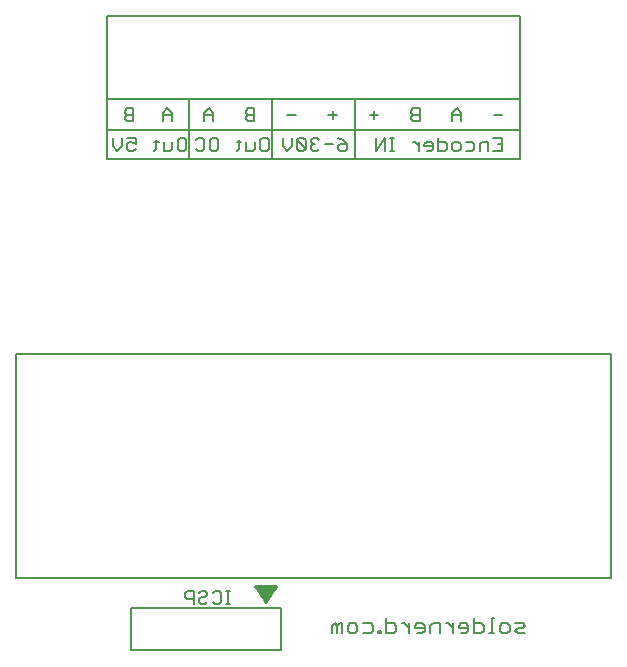
<source format=gbo>
G75*
%MOIN*%
%OFA0B0*%
%FSLAX25Y25*%
%IPPOS*%
%LPD*%
%AMOC8*
5,1,8,0,0,1.08239X$1,22.5*
%
%ADD10C,0.00700*%
%ADD11C,0.00591*%
%ADD12C,0.00600*%
D10*
X0087780Y0024460D02*
X0088497Y0023743D01*
X0090649Y0023743D01*
X0090649Y0022308D02*
X0090649Y0026612D01*
X0088497Y0026612D01*
X0087780Y0025895D01*
X0087780Y0024460D01*
X0092384Y0023743D02*
X0092384Y0023026D01*
X0093101Y0022308D01*
X0094535Y0022308D01*
X0095253Y0023026D01*
X0094535Y0024460D02*
X0093101Y0024460D01*
X0092384Y0023743D01*
X0092384Y0025895D02*
X0093101Y0026612D01*
X0094535Y0026612D01*
X0095253Y0025895D01*
X0095253Y0025177D01*
X0094535Y0024460D01*
X0096988Y0023026D02*
X0097705Y0022308D01*
X0099139Y0022308D01*
X0099857Y0023026D01*
X0099857Y0025895D01*
X0099139Y0026612D01*
X0097705Y0026612D01*
X0096988Y0025895D01*
X0101491Y0026612D02*
X0102926Y0026612D01*
X0102209Y0026612D02*
X0102209Y0022308D01*
X0102926Y0022308D02*
X0101491Y0022308D01*
X0136849Y0015021D02*
X0136849Y0012569D01*
X0138483Y0012569D02*
X0138483Y0015021D01*
X0137666Y0015839D01*
X0136849Y0015021D01*
X0138483Y0015021D02*
X0139301Y0015839D01*
X0140118Y0015839D01*
X0140118Y0012569D01*
X0142005Y0013387D02*
X0142005Y0015021D01*
X0142822Y0015839D01*
X0144457Y0015839D01*
X0145274Y0015021D01*
X0145274Y0013387D01*
X0144457Y0012569D01*
X0142822Y0012569D01*
X0142005Y0013387D01*
X0147161Y0012569D02*
X0149613Y0012569D01*
X0150431Y0013387D01*
X0150431Y0015021D01*
X0149613Y0015839D01*
X0147161Y0015839D01*
X0152192Y0013387D02*
X0152192Y0012569D01*
X0153009Y0012569D01*
X0153009Y0013387D01*
X0152192Y0013387D01*
X0154896Y0012569D02*
X0157348Y0012569D01*
X0158165Y0013387D01*
X0158165Y0015021D01*
X0157348Y0015839D01*
X0154896Y0015839D01*
X0154896Y0017474D02*
X0154896Y0012569D01*
X0160010Y0015839D02*
X0160828Y0015839D01*
X0162462Y0014204D01*
X0162462Y0012569D02*
X0162462Y0015839D01*
X0164349Y0015021D02*
X0164349Y0014204D01*
X0167619Y0014204D01*
X0167619Y0013387D02*
X0167619Y0015021D01*
X0166801Y0015839D01*
X0165167Y0015839D01*
X0164349Y0015021D01*
X0165167Y0012569D02*
X0166801Y0012569D01*
X0167619Y0013387D01*
X0169506Y0012569D02*
X0169506Y0015021D01*
X0170323Y0015839D01*
X0172775Y0015839D01*
X0172775Y0012569D01*
X0174620Y0015839D02*
X0175437Y0015839D01*
X0177072Y0014204D01*
X0177072Y0012569D02*
X0177072Y0015839D01*
X0178959Y0015021D02*
X0178959Y0014204D01*
X0182229Y0014204D01*
X0182229Y0013387D02*
X0182229Y0015021D01*
X0181411Y0015839D01*
X0179776Y0015839D01*
X0178959Y0015021D01*
X0179776Y0012569D02*
X0181411Y0012569D01*
X0182229Y0013387D01*
X0184116Y0012569D02*
X0186568Y0012569D01*
X0187385Y0013387D01*
X0187385Y0015021D01*
X0186568Y0015839D01*
X0184116Y0015839D01*
X0184116Y0017474D02*
X0184116Y0012569D01*
X0189188Y0012569D02*
X0190823Y0012569D01*
X0190005Y0012569D02*
X0190005Y0017474D01*
X0190823Y0017474D01*
X0192709Y0015021D02*
X0193527Y0015839D01*
X0195162Y0015839D01*
X0195979Y0015021D01*
X0195979Y0013387D01*
X0195162Y0012569D01*
X0193527Y0012569D01*
X0192709Y0013387D01*
X0192709Y0015021D01*
X0197866Y0015839D02*
X0200318Y0015839D01*
X0201135Y0015021D01*
X0200318Y0014204D01*
X0198683Y0014204D01*
X0197866Y0013387D01*
X0198683Y0012569D01*
X0201135Y0012569D01*
X0193460Y0173302D02*
X0190591Y0173302D01*
X0188856Y0173302D02*
X0188856Y0176172D01*
X0186705Y0176172D01*
X0185987Y0175454D01*
X0185987Y0173302D01*
X0184253Y0174020D02*
X0183535Y0173302D01*
X0181383Y0173302D01*
X0179649Y0174020D02*
X0178931Y0173302D01*
X0177497Y0173302D01*
X0176780Y0174020D01*
X0176780Y0175454D01*
X0177497Y0176172D01*
X0178931Y0176172D01*
X0179649Y0175454D01*
X0179649Y0174020D01*
X0181383Y0176172D02*
X0183535Y0176172D01*
X0184253Y0175454D01*
X0184253Y0174020D01*
X0190591Y0177606D02*
X0193460Y0177606D01*
X0193460Y0173302D01*
X0193460Y0175454D02*
X0192026Y0175454D01*
X0190710Y0185297D02*
X0193579Y0185297D01*
X0179799Y0185297D02*
X0176930Y0185297D01*
X0176930Y0186014D02*
X0176930Y0183145D01*
X0176930Y0186014D02*
X0178365Y0187449D01*
X0179799Y0186014D01*
X0179799Y0183145D01*
X0174327Y0176172D02*
X0172176Y0176172D01*
X0172176Y0177606D02*
X0172176Y0173302D01*
X0174327Y0173302D01*
X0175045Y0174020D01*
X0175045Y0175454D01*
X0174327Y0176172D01*
X0170441Y0175454D02*
X0169724Y0176172D01*
X0168289Y0176172D01*
X0167572Y0175454D01*
X0167572Y0174737D01*
X0170441Y0174737D01*
X0170441Y0174020D02*
X0170441Y0175454D01*
X0170441Y0174020D02*
X0169724Y0173302D01*
X0168289Y0173302D01*
X0165837Y0173302D02*
X0165837Y0176172D01*
X0165837Y0174737D02*
X0164402Y0176172D01*
X0163685Y0176172D01*
X0163868Y0183145D02*
X0166020Y0183145D01*
X0166020Y0187449D01*
X0163868Y0187449D01*
X0163151Y0186731D01*
X0163151Y0186014D01*
X0163868Y0185297D01*
X0166020Y0185297D01*
X0163868Y0185297D02*
X0163151Y0184579D01*
X0163151Y0183862D01*
X0163868Y0183145D01*
X0157396Y0177606D02*
X0155962Y0177606D01*
X0156679Y0177606D02*
X0156679Y0173302D01*
X0157396Y0173302D02*
X0155962Y0173302D01*
X0154327Y0173302D02*
X0154327Y0177606D01*
X0151458Y0173302D01*
X0151458Y0177606D01*
X0150806Y0183862D02*
X0150806Y0186731D01*
X0152240Y0185297D02*
X0149371Y0185297D01*
X0140328Y0176889D02*
X0141763Y0175454D01*
X0139611Y0175454D01*
X0138894Y0174737D01*
X0138894Y0174020D01*
X0139611Y0173302D01*
X0141046Y0173302D01*
X0141763Y0174020D01*
X0141763Y0175454D01*
X0140328Y0176889D02*
X0138894Y0177606D01*
X0137159Y0175454D02*
X0134290Y0175454D01*
X0132555Y0174020D02*
X0131838Y0173302D01*
X0130403Y0173302D01*
X0129686Y0174020D01*
X0129686Y0174737D01*
X0130403Y0175454D01*
X0131121Y0175454D01*
X0130403Y0175454D02*
X0129686Y0176172D01*
X0129686Y0176889D01*
X0130403Y0177606D01*
X0131838Y0177606D01*
X0132555Y0176889D01*
X0127951Y0176889D02*
X0127951Y0174020D01*
X0125082Y0176889D01*
X0125082Y0174020D01*
X0125799Y0173302D01*
X0127234Y0173302D01*
X0127951Y0174020D01*
X0127951Y0176889D02*
X0127234Y0177606D01*
X0125799Y0177606D01*
X0125082Y0176889D01*
X0123347Y0177606D02*
X0123347Y0174737D01*
X0121913Y0173302D01*
X0120478Y0174737D01*
X0120478Y0177606D01*
X0115739Y0176889D02*
X0115739Y0174020D01*
X0115021Y0173302D01*
X0113587Y0173302D01*
X0112869Y0174020D01*
X0112869Y0176889D01*
X0113587Y0177606D01*
X0115021Y0177606D01*
X0115739Y0176889D01*
X0111135Y0176172D02*
X0111135Y0174020D01*
X0110417Y0173302D01*
X0108266Y0173302D01*
X0108266Y0176172D01*
X0106531Y0176172D02*
X0105096Y0176172D01*
X0105813Y0176889D02*
X0105813Y0174020D01*
X0105096Y0173302D01*
X0098858Y0174020D02*
X0098858Y0176889D01*
X0098140Y0177606D01*
X0096706Y0177606D01*
X0095988Y0176889D01*
X0095988Y0174020D01*
X0096706Y0173302D01*
X0098140Y0173302D01*
X0098858Y0174020D01*
X0094254Y0174020D02*
X0093536Y0173302D01*
X0092102Y0173302D01*
X0091384Y0174020D01*
X0091384Y0176889D02*
X0092102Y0177606D01*
X0093536Y0177606D01*
X0094254Y0176889D01*
X0094254Y0174020D01*
X0088180Y0174020D02*
X0087462Y0173302D01*
X0086028Y0173302D01*
X0085310Y0174020D01*
X0085310Y0176889D01*
X0086028Y0177606D01*
X0087462Y0177606D01*
X0088180Y0176889D01*
X0088180Y0174020D01*
X0083576Y0174020D02*
X0082858Y0173302D01*
X0080706Y0173302D01*
X0080706Y0176172D01*
X0078972Y0176172D02*
X0077537Y0176172D01*
X0078254Y0176889D02*
X0078254Y0174020D01*
X0077537Y0173302D01*
X0083576Y0174020D02*
X0083576Y0176172D01*
X0083342Y0183145D02*
X0083342Y0186014D01*
X0081908Y0187449D01*
X0080473Y0186014D01*
X0080473Y0183145D01*
X0080473Y0185297D02*
X0083342Y0185297D01*
X0094253Y0185297D02*
X0097122Y0185297D01*
X0097122Y0186014D02*
X0095687Y0187449D01*
X0094253Y0186014D01*
X0094253Y0183145D01*
X0097122Y0183145D02*
X0097122Y0186014D01*
X0108032Y0186014D02*
X0108750Y0185297D01*
X0110902Y0185297D01*
X0110902Y0187449D02*
X0108750Y0187449D01*
X0108032Y0186731D01*
X0108032Y0186014D01*
X0108750Y0185297D02*
X0108032Y0184579D01*
X0108032Y0183862D01*
X0108750Y0183145D01*
X0110902Y0183145D01*
X0110902Y0187449D01*
X0121812Y0185297D02*
X0124681Y0185297D01*
X0135592Y0185297D02*
X0138461Y0185297D01*
X0137026Y0186731D02*
X0137026Y0183862D01*
X0071298Y0177606D02*
X0071298Y0175454D01*
X0069864Y0176172D01*
X0069147Y0176172D01*
X0068429Y0175454D01*
X0068429Y0174020D01*
X0069147Y0173302D01*
X0070581Y0173302D01*
X0071298Y0174020D01*
X0071298Y0177606D02*
X0068429Y0177606D01*
X0066695Y0177606D02*
X0066695Y0174737D01*
X0065260Y0173302D01*
X0063825Y0174737D01*
X0063825Y0177606D01*
X0068395Y0183145D02*
X0070547Y0183145D01*
X0070547Y0187449D01*
X0068395Y0187449D01*
X0067678Y0186731D01*
X0067678Y0186014D01*
X0068395Y0185297D01*
X0070547Y0185297D01*
X0068395Y0185297D02*
X0067678Y0184579D01*
X0067678Y0183862D01*
X0068395Y0183145D01*
D11*
X0061705Y0180374D02*
X0061705Y0190216D01*
X0061705Y0190610D02*
X0061705Y0218169D01*
X0199501Y0218169D01*
X0199501Y0190610D01*
X0061705Y0190610D01*
X0061705Y0180374D02*
X0199501Y0180374D01*
X0199501Y0170531D01*
X0144383Y0170531D01*
X0144383Y0190216D01*
X0144383Y0170531D02*
X0116824Y0170531D01*
X0116824Y0190216D01*
X0116824Y0170531D02*
X0089265Y0170531D01*
X0089265Y0190216D01*
X0089265Y0170531D02*
X0061705Y0170531D01*
X0061705Y0180374D01*
X0199501Y0180374D02*
X0199501Y0190216D01*
X0118585Y0028208D02*
X0111085Y0028208D01*
X0114835Y0022583D01*
X0118585Y0028208D01*
X0118412Y0027949D02*
X0111258Y0027949D01*
X0111651Y0027360D02*
X0118020Y0027360D01*
X0117627Y0026771D02*
X0112044Y0026771D01*
X0112436Y0026182D02*
X0117234Y0026182D01*
X0116842Y0025593D02*
X0112829Y0025593D01*
X0113222Y0025004D02*
X0116449Y0025004D01*
X0116056Y0024415D02*
X0113615Y0024415D01*
X0114007Y0023826D02*
X0115664Y0023826D01*
X0115271Y0023236D02*
X0114400Y0023236D01*
X0114793Y0022647D02*
X0114878Y0022647D01*
X0119835Y0020833D02*
X0069835Y0020833D01*
X0069835Y0006833D01*
X0119835Y0006833D01*
X0119835Y0020833D01*
D12*
X0031391Y0030767D02*
X0031391Y0105571D01*
X0229816Y0105571D01*
X0229816Y0030767D01*
X0031391Y0030767D01*
M02*

</source>
